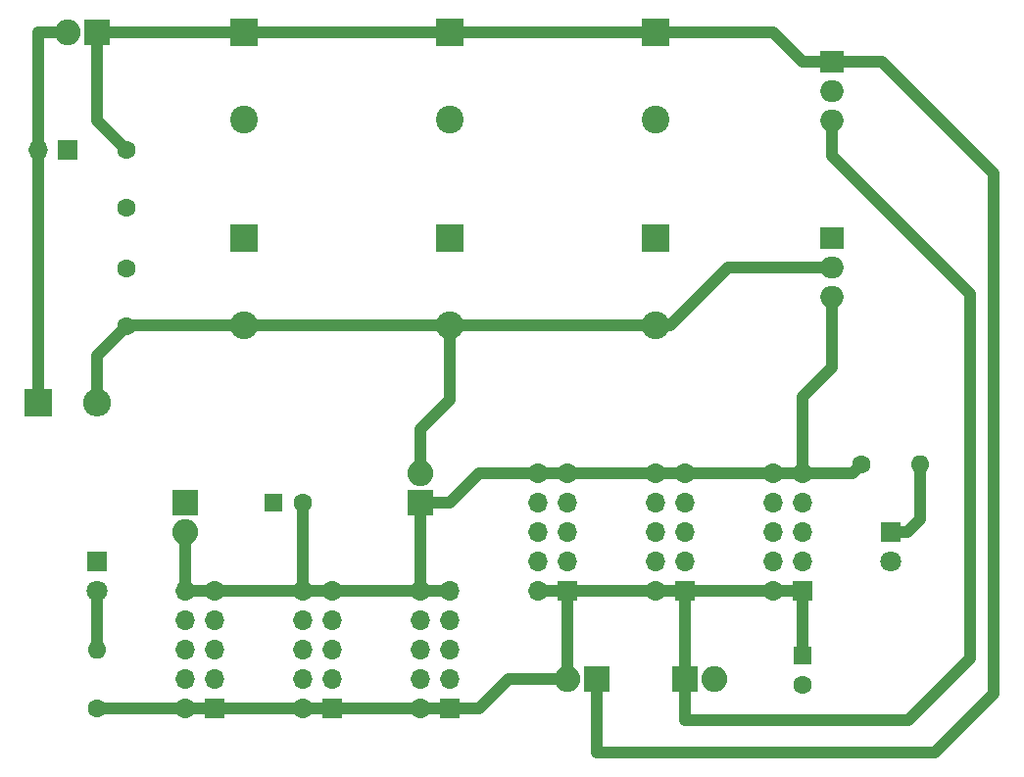
<source format=gbr>
G04 #@! TF.GenerationSoftware,KiCad,Pcbnew,(5.1.6-0-10_14)*
G04 #@! TF.CreationDate,2020-09-27T22:58:57+01:00*
G04 #@! TF.ProjectId,FixedPSU,46697865-6450-4535-952e-6b696361645f,rev?*
G04 #@! TF.SameCoordinates,Original*
G04 #@! TF.FileFunction,Copper,L1,Top*
G04 #@! TF.FilePolarity,Positive*
%FSLAX46Y46*%
G04 Gerber Fmt 4.6, Leading zero omitted, Abs format (unit mm)*
G04 Created by KiCad (PCBNEW (5.1.6-0-10_14)) date 2020-09-27 22:58:57*
%MOMM*%
%LPD*%
G01*
G04 APERTURE LIST*
G04 #@! TA.AperFunction,ComponentPad*
%ADD10C,2.400000*%
G04 #@! TD*
G04 #@! TA.AperFunction,ComponentPad*
%ADD11R,2.400000X2.400000*%
G04 #@! TD*
G04 #@! TA.AperFunction,ComponentPad*
%ADD12C,1.600000*%
G04 #@! TD*
G04 #@! TA.AperFunction,ComponentPad*
%ADD13R,1.600000X1.600000*%
G04 #@! TD*
G04 #@! TA.AperFunction,ComponentPad*
%ADD14O,2.000000X1.905000*%
G04 #@! TD*
G04 #@! TA.AperFunction,ComponentPad*
%ADD15R,2.000000X1.905000*%
G04 #@! TD*
G04 #@! TA.AperFunction,ComponentPad*
%ADD16R,2.240000X2.240000*%
G04 #@! TD*
G04 #@! TA.AperFunction,ComponentPad*
%ADD17O,2.240000X2.240000*%
G04 #@! TD*
G04 #@! TA.AperFunction,ComponentPad*
%ADD18C,1.800000*%
G04 #@! TD*
G04 #@! TA.AperFunction,ComponentPad*
%ADD19R,1.800000X1.800000*%
G04 #@! TD*
G04 #@! TA.AperFunction,ComponentPad*
%ADD20R,1.700000X1.700000*%
G04 #@! TD*
G04 #@! TA.AperFunction,ComponentPad*
%ADD21O,1.700000X1.700000*%
G04 #@! TD*
G04 #@! TA.AperFunction,ComponentPad*
%ADD22O,1.600000X1.600000*%
G04 #@! TD*
G04 #@! TA.AperFunction,ComponentPad*
%ADD23O,2.400000X2.400000*%
G04 #@! TD*
G04 #@! TA.AperFunction,Conductor*
%ADD24C,1.000000*%
G04 #@! TD*
G04 #@! TA.AperFunction,Conductor*
%ADD25C,0.500000*%
G04 #@! TD*
G04 APERTURE END LIST*
D10*
X99060000Y-83700000D03*
D11*
X99060000Y-76200000D03*
D12*
X104100000Y-99060000D03*
D13*
X101600000Y-99060000D03*
D11*
X99060000Y-58420000D03*
D10*
X99060000Y-65920000D03*
D14*
X149860000Y-66040000D03*
X149860000Y-63500000D03*
D15*
X149860000Y-60960000D03*
D12*
X88900000Y-78820000D03*
X88900000Y-83820000D03*
D11*
X116840000Y-76200000D03*
D10*
X116840000Y-83700000D03*
X134620000Y-83700000D03*
D11*
X134620000Y-76200000D03*
D12*
X88900000Y-68580000D03*
X88900000Y-73580000D03*
D10*
X116840000Y-65920000D03*
D11*
X116840000Y-58420000D03*
X134620000Y-58420000D03*
D10*
X134620000Y-65920000D03*
D13*
X147320000Y-112268000D03*
D12*
X147320000Y-114768000D03*
D16*
X86360000Y-58420000D03*
D17*
X83820000Y-58420000D03*
D18*
X86360000Y-106680000D03*
D19*
X86360000Y-104140000D03*
D20*
X147320000Y-106680000D03*
D21*
X144780000Y-106680000D03*
X147320000Y-104140000D03*
X144780000Y-104140000D03*
X147320000Y-101600000D03*
X144780000Y-101600000D03*
X147320000Y-99060000D03*
X144780000Y-99060000D03*
X147320000Y-96520000D03*
X144780000Y-96520000D03*
X134620000Y-96520000D03*
X137160000Y-96520000D03*
X134620000Y-99060000D03*
X137160000Y-99060000D03*
X134620000Y-101600000D03*
X137160000Y-101600000D03*
X134620000Y-104140000D03*
X137160000Y-104140000D03*
X134620000Y-106680000D03*
D20*
X137160000Y-106680000D03*
X127000000Y-106680000D03*
D21*
X124460000Y-106680000D03*
X127000000Y-104140000D03*
X124460000Y-104140000D03*
X127000000Y-101600000D03*
X124460000Y-101600000D03*
X127000000Y-99060000D03*
X124460000Y-99060000D03*
X127000000Y-96520000D03*
X124460000Y-96520000D03*
X114300000Y-106680000D03*
X116840000Y-106680000D03*
X114300000Y-109220000D03*
X116840000Y-109220000D03*
X114300000Y-111760000D03*
X116840000Y-111760000D03*
X114300000Y-114300000D03*
X116840000Y-114300000D03*
X114300000Y-116840000D03*
D20*
X116840000Y-116840000D03*
X106680000Y-116840000D03*
D21*
X104140000Y-116840000D03*
X106680000Y-114300000D03*
X104140000Y-114300000D03*
X106680000Y-111760000D03*
X104140000Y-111760000D03*
X106680000Y-109220000D03*
X104140000Y-109220000D03*
X106680000Y-106680000D03*
X104140000Y-106680000D03*
X93980000Y-106680000D03*
X96520000Y-106680000D03*
X93980000Y-109220000D03*
X96520000Y-109220000D03*
X93980000Y-111760000D03*
X96520000Y-111760000D03*
X93980000Y-114300000D03*
X96520000Y-114300000D03*
X93980000Y-116840000D03*
D20*
X96520000Y-116840000D03*
X83820000Y-68580000D03*
D21*
X81280000Y-68580000D03*
D12*
X152400000Y-95758000D03*
D22*
X157480000Y-95758000D03*
X86360000Y-111760000D03*
D12*
X86360000Y-116840000D03*
D15*
X149860000Y-76200000D03*
D14*
X149860000Y-78740000D03*
X149860000Y-81280000D03*
D17*
X114300000Y-96520000D03*
D16*
X114300000Y-99060000D03*
X93980000Y-99060000D03*
D17*
X93980000Y-101600000D03*
D16*
X129540000Y-114300000D03*
D17*
X127000000Y-114300000D03*
X139700000Y-114300000D03*
D16*
X137160000Y-114300000D03*
D11*
X81280000Y-90424000D03*
D23*
X86360000Y-90424000D03*
D19*
X154940000Y-101600000D03*
D18*
X154940000Y-104140000D03*
D24*
X86360000Y-106680000D02*
X86360000Y-111760000D01*
D25*
X147280000Y-114300000D02*
X147320000Y-114260000D01*
D24*
X156340000Y-101600000D02*
X154940000Y-101600000D01*
X157480000Y-100460000D02*
X156340000Y-101600000D01*
X157480000Y-95758000D02*
X157480000Y-100460000D01*
X89020000Y-83700000D02*
X135890000Y-83700000D01*
X140850000Y-78740000D02*
X135890000Y-83700000D01*
X149860000Y-78740000D02*
X140850000Y-78740000D01*
D25*
X89020000Y-83700000D02*
X88900000Y-83820000D01*
X116960000Y-83700000D02*
X118110000Y-83700000D01*
X116840000Y-83820000D02*
X116960000Y-83700000D01*
D24*
X86360000Y-86360000D02*
X88900000Y-83820000D01*
X86360000Y-90424000D02*
X86360000Y-86360000D01*
X116840000Y-90170000D02*
X116840000Y-83820000D01*
X114300000Y-92710000D02*
X116840000Y-90170000D01*
X114300000Y-96520000D02*
X114300000Y-92710000D01*
X86360000Y-66040000D02*
X88900000Y-68580000D01*
X86360000Y-58420000D02*
X86360000Y-66040000D01*
X158750000Y-120650000D02*
X129540000Y-120650000D01*
X163830000Y-115570000D02*
X158750000Y-120650000D01*
X86360000Y-58420000D02*
X144780000Y-58420000D01*
X154178000Y-60960000D02*
X163830000Y-70612000D01*
X163830000Y-70612000D02*
X163830000Y-115570000D01*
X129540000Y-120650000D02*
X129540000Y-114300000D01*
X147320000Y-60960000D02*
X154178000Y-60960000D01*
X144780000Y-58420000D02*
X147320000Y-60960000D01*
X81280000Y-90424000D02*
X81280000Y-68580000D01*
X81280000Y-58420000D02*
X83820000Y-58420000D01*
X81280000Y-68580000D02*
X81280000Y-58420000D01*
X116840000Y-106680000D02*
X93980000Y-106680000D01*
X147320000Y-96520000D02*
X124460000Y-96520000D01*
D25*
X104100000Y-106640000D02*
X104140000Y-106680000D01*
D24*
X104100000Y-99060000D02*
X104100000Y-106640000D01*
X93980000Y-101600000D02*
X93980000Y-106680000D01*
X114300000Y-106680000D02*
X114300000Y-99060000D01*
X119380000Y-96520000D02*
X124460000Y-96520000D01*
X114300000Y-99060000D02*
X116840000Y-99060000D01*
X116840000Y-99060000D02*
X119380000Y-96520000D01*
X147320000Y-89916000D02*
X147320000Y-96520000D01*
X149860000Y-87376000D02*
X147320000Y-89916000D01*
X149860000Y-81280000D02*
X149860000Y-87376000D01*
X151638000Y-96520000D02*
X152400000Y-95758000D01*
X147320000Y-96520000D02*
X151638000Y-96520000D01*
X86360000Y-116840000D02*
X93980000Y-116840000D01*
X116840000Y-116840000D02*
X93980000Y-116840000D01*
X127000000Y-114300000D02*
X127000000Y-106680000D01*
X124460000Y-106680000D02*
X147320000Y-106680000D01*
X137160000Y-114300000D02*
X137160000Y-106680000D01*
X147320000Y-111760000D02*
X147320000Y-106680000D01*
X121920000Y-114300000D02*
X127000000Y-114300000D01*
X116840000Y-116840000D02*
X119380000Y-116840000D01*
X119380000Y-116840000D02*
X121920000Y-114300000D01*
X137160000Y-117856000D02*
X137160000Y-114300000D01*
X156464000Y-117856000D02*
X137160000Y-117856000D01*
X161798000Y-112522000D02*
X156464000Y-117856000D01*
X161798000Y-81026000D02*
X161798000Y-112522000D01*
X149860000Y-69088000D02*
X161798000Y-81026000D01*
X149860000Y-66040000D02*
X149860000Y-69088000D01*
M02*

</source>
